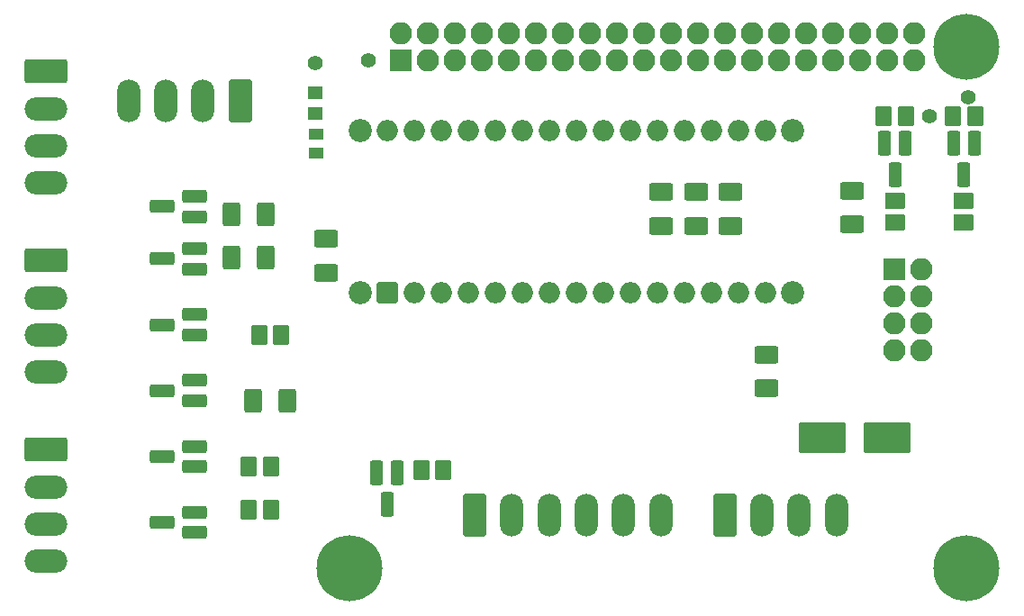
<source format=gbr>
G04 #@! TF.GenerationSoftware,KiCad,Pcbnew,8.0.3*
G04 #@! TF.CreationDate,2024-06-11T23:18:01+02:00*
G04 #@! TF.ProjectId,project,70726f6a-6563-4742-9e6b-696361645f70,rev?*
G04 #@! TF.SameCoordinates,Original*
G04 #@! TF.FileFunction,Soldermask,Top*
G04 #@! TF.FilePolarity,Negative*
%FSLAX46Y46*%
G04 Gerber Fmt 4.6, Leading zero omitted, Abs format (unit mm)*
G04 Created by KiCad (PCBNEW 8.0.3) date 2024-06-11 23:18:01*
%MOMM*%
%LPD*%
G01*
G04 APERTURE LIST*
G04 Aperture macros list*
%AMRoundRect*
0 Rectangle with rounded corners*
0 $1 Rounding radius*
0 $2 $3 $4 $5 $6 $7 $8 $9 X,Y pos of 4 corners*
0 Add a 4 corners polygon primitive as box body*
4,1,4,$2,$3,$4,$5,$6,$7,$8,$9,$2,$3,0*
0 Add four circle primitives for the rounded corners*
1,1,$1+$1,$2,$3*
1,1,$1+$1,$4,$5*
1,1,$1+$1,$6,$7*
1,1,$1+$1,$8,$9*
0 Add four rect primitives between the rounded corners*
20,1,$1+$1,$2,$3,$4,$5,0*
20,1,$1+$1,$4,$5,$6,$7,0*
20,1,$1+$1,$6,$7,$8,$9,0*
20,1,$1+$1,$8,$9,$2,$3,0*%
G04 Aperture macros list end*
%ADD10RoundRect,0.200000X2.000000X1.250000X-2.000000X1.250000X-2.000000X-1.250000X2.000000X-1.250000X0*%
%ADD11C,6.200000*%
%ADD12RoundRect,0.200000X0.900000X-0.622500X0.900000X0.622500X-0.900000X0.622500X-0.900000X-0.622500X0*%
%ADD13C,1.400000*%
%ADD14RoundRect,0.200000X-0.850000X-0.850000X0.850000X-0.850000X0.850000X0.850000X-0.850000X0.850000X0*%
%ADD15O,2.100000X2.100000*%
%ADD16RoundRect,0.200000X-0.572500X-0.750000X0.572500X-0.750000X0.572500X0.750000X-0.572500X0.750000X0*%
%ADD17C,2.180000*%
%ADD18RoundRect,0.200000X0.800000X-0.800000X0.800000X0.800000X-0.800000X0.800000X-0.800000X-0.800000X0*%
%ADD19O,2.000000X2.000000*%
%ADD20RoundRect,0.200000X0.500000X-0.335000X0.500000X0.335000X-0.500000X0.335000X-0.500000X-0.335000X0*%
%ADD21RoundRect,0.200000X-1.800000X0.900000X-1.800000X-0.900000X1.800000X-0.900000X1.800000X0.900000X0*%
%ADD22O,4.000000X2.200000*%
%ADD23RoundRect,0.200000X0.900000X1.800000X-0.900000X1.800000X-0.900000X-1.800000X0.900000X-1.800000X0*%
%ADD24O,2.200000X4.000000*%
%ADD25RoundRect,0.200000X-0.900000X-1.800000X0.900000X-1.800000X0.900000X1.800000X-0.900000X1.800000X0*%
%ADD26RoundRect,0.200000X0.950000X0.400000X-0.950000X0.400000X-0.950000X-0.400000X0.950000X-0.400000X0*%
%ADD27RoundRect,0.200000X-0.400000X0.950000X-0.400000X-0.950000X0.400000X-0.950000X0.400000X0.950000X0*%
%ADD28RoundRect,0.200000X-0.622500X-0.900000X0.622500X-0.900000X0.622500X0.900000X-0.622500X0.900000X0*%
%ADD29RoundRect,0.200000X-0.750000X0.572500X-0.750000X-0.572500X0.750000X-0.572500X0.750000X0.572500X0*%
%ADD30RoundRect,0.200000X-0.500000X0.422500X-0.500000X-0.422500X0.500000X-0.422500X0.500000X0.422500X0*%
%ADD31RoundRect,0.200000X-0.850000X0.850000X-0.850000X-0.850000X0.850000X-0.850000X0.850000X0.850000X0*%
G04 APERTURE END LIST*
D10*
X177450000Y-96250000D03*
X183550000Y-96250000D03*
D11*
X133000000Y-108500000D03*
X191000000Y-108500000D03*
X191000000Y-59500000D03*
D12*
X130750000Y-80685000D03*
X130750000Y-77500000D03*
X180250000Y-76185000D03*
X180250000Y-73000000D03*
D13*
X187500000Y-66000000D03*
X191150000Y-64250000D03*
X134750000Y-60750000D03*
X129750000Y-61000000D03*
D14*
X184200000Y-80350000D03*
D15*
X186740000Y-80350000D03*
X184200000Y-82890000D03*
X186740000Y-82890000D03*
X184200000Y-85430000D03*
X186740000Y-85430000D03*
X184200000Y-87970000D03*
X186740000Y-87970000D03*
D12*
X162300000Y-76285000D03*
X162300000Y-73100000D03*
X165600000Y-76300000D03*
X165600000Y-73115000D03*
X168800000Y-76285000D03*
X168800000Y-73100000D03*
D16*
X124495000Y-86550000D03*
X126580000Y-86550000D03*
X123495000Y-98950000D03*
X125580000Y-98950000D03*
X123495000Y-103000000D03*
X125580000Y-103000000D03*
X139707500Y-99250000D03*
X141792500Y-99250000D03*
D17*
X133960000Y-82550000D03*
X174600000Y-82550000D03*
X133960000Y-67310000D03*
X174600000Y-67310000D03*
D18*
X136500000Y-82550000D03*
D19*
X139040000Y-82550000D03*
X141580000Y-82550000D03*
X144120000Y-82550000D03*
X146660000Y-82550000D03*
X149200000Y-82550000D03*
X151740000Y-82550000D03*
X154280000Y-82550000D03*
X156820000Y-82550000D03*
X159360000Y-82550000D03*
X161900000Y-82550000D03*
X164440000Y-82550000D03*
X166980000Y-82550000D03*
X169520000Y-82550000D03*
X172060000Y-82550000D03*
X172060000Y-67310000D03*
X169520000Y-67310000D03*
X166980000Y-67310000D03*
X164440000Y-67310000D03*
X161900000Y-67310000D03*
X159360000Y-67310000D03*
X156820000Y-67310000D03*
X154280000Y-67310000D03*
X151740000Y-67310000D03*
X149200000Y-67310000D03*
X146660000Y-67310000D03*
X144120000Y-67310000D03*
X141580000Y-67310000D03*
X139040000Y-67310000D03*
X136500000Y-67310000D03*
D20*
X129850000Y-69430000D03*
X129850000Y-67680000D03*
D21*
X104415994Y-61783396D03*
D22*
X104415994Y-65283396D03*
X104415994Y-68783396D03*
X104415994Y-72283396D03*
D21*
X104415994Y-79563396D03*
D22*
X104415994Y-83063396D03*
X104415994Y-86563396D03*
X104415994Y-90063396D03*
D21*
X104415994Y-97343396D03*
D22*
X104415994Y-100843396D03*
X104415994Y-104343396D03*
X104415994Y-107843396D03*
D23*
X122700000Y-64550000D03*
D24*
X119200000Y-64550000D03*
X115700000Y-64550000D03*
X112200000Y-64550000D03*
D25*
X144750000Y-103500000D03*
D24*
X148250000Y-103500000D03*
X151750000Y-103500000D03*
X155250000Y-103500000D03*
X158750000Y-103500000D03*
X162250000Y-103500000D03*
D25*
X168250000Y-103500000D03*
D24*
X171750000Y-103500000D03*
X175250000Y-103500000D03*
X178750000Y-103500000D03*
D26*
X118385994Y-75433396D03*
X118385994Y-73533396D03*
X115385994Y-74483396D03*
X118385994Y-80355062D03*
X118385994Y-78455062D03*
X115385994Y-79405062D03*
X118385994Y-86546728D03*
X118385994Y-84646728D03*
X115385994Y-85596728D03*
X118385994Y-92738394D03*
X118385994Y-90838394D03*
X115385994Y-91788394D03*
X118385994Y-98930060D03*
X118385994Y-97030060D03*
X115385994Y-97980060D03*
X118385994Y-105121726D03*
X118385994Y-103221726D03*
X115385994Y-104171726D03*
D27*
X137450000Y-99500000D03*
X135550000Y-99500000D03*
X136500000Y-102500000D03*
X185200000Y-68500000D03*
X183300000Y-68500000D03*
X184250000Y-71500000D03*
X191700000Y-68500000D03*
X189800000Y-68500000D03*
X190750000Y-71500000D03*
D28*
X121907500Y-75250000D03*
X125092500Y-75250000D03*
X121907500Y-79250000D03*
X125092500Y-79250000D03*
X123907500Y-92710000D03*
X127092500Y-92710000D03*
D12*
X172180000Y-91592500D03*
X172180000Y-88407500D03*
D29*
X184250000Y-73920000D03*
X184250000Y-76005000D03*
D16*
X183207500Y-66000000D03*
X185292500Y-66000000D03*
D29*
X190750000Y-73920000D03*
X190750000Y-76005000D03*
D16*
X189707500Y-66000000D03*
X191792500Y-66000000D03*
D30*
X129750000Y-63787500D03*
X129750000Y-65712500D03*
D31*
X137802500Y-60770000D03*
D15*
X137802500Y-58230000D03*
X140342500Y-60770000D03*
X140342500Y-58230000D03*
X142882500Y-60770000D03*
X142882500Y-58230000D03*
X145422500Y-60770000D03*
X145422500Y-58230000D03*
X147962500Y-60770000D03*
X147962500Y-58230000D03*
X150502500Y-60770000D03*
X150502500Y-58230000D03*
X153042500Y-60770000D03*
X153042500Y-58230000D03*
X155582500Y-60770000D03*
X155582500Y-58230000D03*
X158122500Y-60770000D03*
X158122500Y-58230000D03*
X160662500Y-60770000D03*
X160662500Y-58230000D03*
X163202500Y-60770000D03*
X163202500Y-58230000D03*
X165742500Y-60770000D03*
X165742500Y-58230000D03*
X168282500Y-60770000D03*
X168282500Y-58230000D03*
X170822500Y-60770000D03*
X170822500Y-58230000D03*
X173362500Y-60770000D03*
X173362500Y-58230000D03*
X175902500Y-60770000D03*
X175902500Y-58230000D03*
X178442500Y-60770000D03*
X178442500Y-58230000D03*
X180982500Y-60770000D03*
X180982500Y-58230000D03*
X183522500Y-60770000D03*
X183522500Y-58230000D03*
X186062500Y-60770000D03*
X186062500Y-58230000D03*
M02*

</source>
